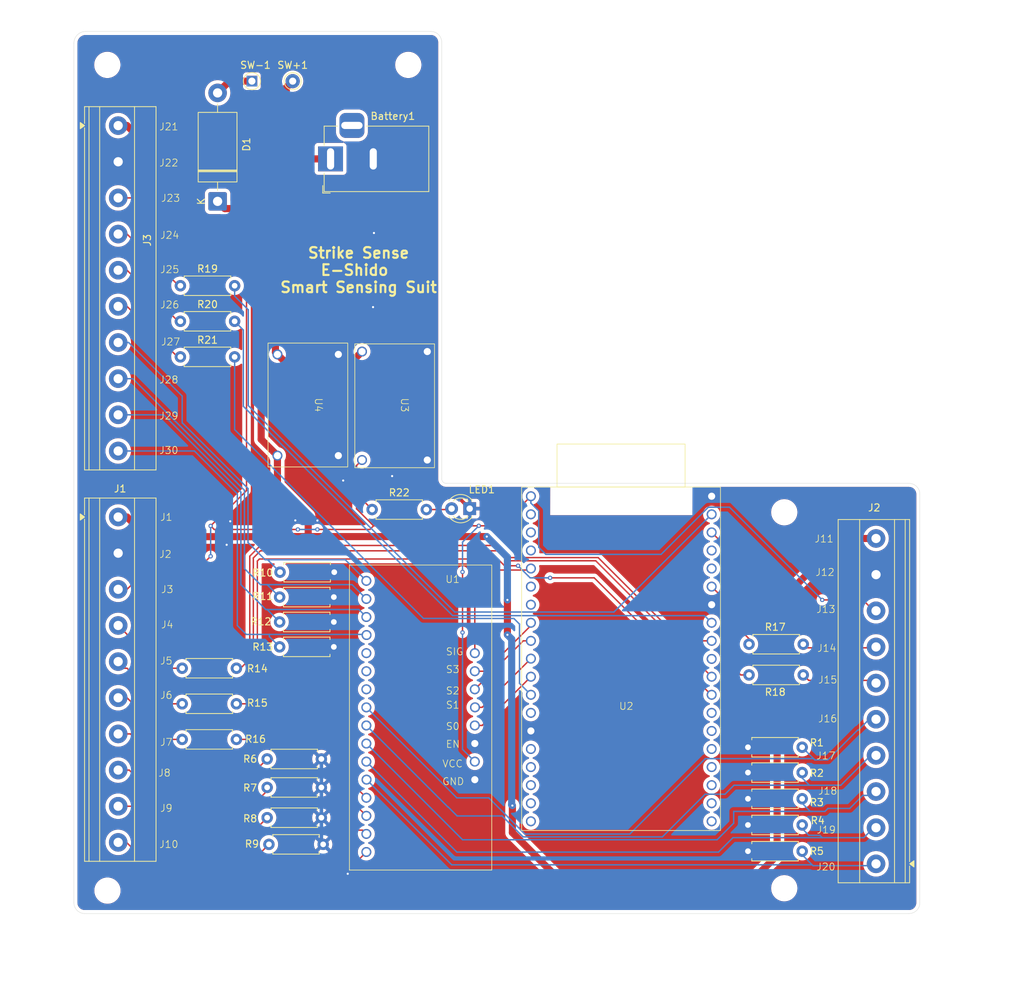
<source format=kicad_pcb>
(kicad_pcb
	(version 20241229)
	(generator "pcbnew")
	(generator_version "9.0")
	(general
		(thickness 1.6)
		(legacy_teardrops no)
	)
	(paper "A4")
	(layers
		(0 "F.Cu" signal)
		(2 "B.Cu" signal)
		(9 "F.Adhes" user "F.Adhesive")
		(11 "B.Adhes" user "B.Adhesive")
		(13 "F.Paste" user)
		(15 "B.Paste" user)
		(5 "F.SilkS" user "F.Silkscreen")
		(7 "B.SilkS" user "B.Silkscreen")
		(1 "F.Mask" user)
		(3 "B.Mask" user)
		(17 "Dwgs.User" user "User.Drawings")
		(19 "Cmts.User" user "User.Comments")
		(21 "Eco1.User" user "User.Eco1")
		(23 "Eco2.User" user "User.Eco2")
		(25 "Edge.Cuts" user)
		(27 "Margin" user)
		(31 "F.CrtYd" user "F.Courtyard")
		(29 "B.CrtYd" user "B.Courtyard")
		(35 "F.Fab" user)
		(33 "B.Fab" user)
		(39 "User.1" user)
		(41 "User.2" user)
		(43 "User.3" user)
		(45 "User.4" user)
	)
	(setup
		(stackup
			(layer "F.SilkS"
				(type "Top Silk Screen")
			)
			(layer "F.Paste"
				(type "Top Solder Paste")
			)
			(layer "F.Mask"
				(type "Top Solder Mask")
				(thickness 0.01)
			)
			(layer "F.Cu"
				(type "copper")
				(thickness 0.035)
			)
			(layer "dielectric 1"
				(type "core")
				(thickness 1.51)
				(material "FR4")
				(epsilon_r 4.5)
				(loss_tangent 0.02)
			)
			(layer "B.Cu"
				(type "copper")
				(thickness 0.035)
			)
			(layer "B.Mask"
				(type "Bottom Solder Mask")
				(thickness 0.01)
			)
			(layer "B.Paste"
				(type "Bottom Solder Paste")
			)
			(layer "B.SilkS"
				(type "Bottom Silk Screen")
			)
			(copper_finish "None")
			(dielectric_constraints no)
		)
		(pad_to_mask_clearance 0)
		(allow_soldermask_bridges_in_footprints no)
		(tenting front back)
		(pcbplotparams
			(layerselection 0x00000000_00000000_55555555_5755f5ff)
			(plot_on_all_layers_selection 0x00000000_00000000_00000000_02000000)
			(disableapertmacros no)
			(usegerberextensions no)
			(usegerberattributes yes)
			(usegerberadvancedattributes yes)
			(creategerberjobfile yes)
			(dashed_line_dash_ratio 12.000000)
			(dashed_line_gap_ratio 3.000000)
			(svgprecision 4)
			(plotframeref no)
			(mode 1)
			(useauxorigin no)
			(hpglpennumber 1)
			(hpglpenspeed 20)
			(hpglpendiameter 15.000000)
			(pdf_front_fp_property_popups yes)
			(pdf_back_fp_property_popups yes)
			(pdf_metadata yes)
			(pdf_single_document yes)
			(dxfpolygonmode yes)
			(dxfimperialunits yes)
			(dxfusepcbnewfont yes)
			(psnegative no)
			(psa4output no)
			(plot_black_and_white no)
			(sketchpadsonfab no)
			(plotpadnumbers no)
			(hidednponfab no)
			(sketchdnponfab yes)
			(crossoutdnponfab yes)
			(subtractmaskfromsilk no)
			(outputformat 4)
			(mirror no)
			(drillshape 0)
			(scaleselection 1)
			(outputdirectory "../../StrikeSense_Updated PCB Files_3.16/Updated StrikeSense_PCB Files_3.16/")
		)
	)
	(net 0 "")
	(net 1 "Net-(SW+1-Pin_1)")
	(net 2 "Net-(D1-A)")
	(net 3 "Net-(D1-K)")
	(net 4 "Net-(J1-Pin_8)")
	(net 5 "GND")
	(net 6 "/DATA_LA")
	(net 7 "Net-(J1-Pin_10)")
	(net 8 "/DATA_T")
	(net 9 "+3.3V")
	(net 10 "Net-(J1-Pin_9)")
	(net 11 "/DATA_LL")
	(net 12 "Net-(J1-Pin_7)")
	(net 13 "+5V")
	(net 14 "/DATA_RA")
	(net 15 "/DATA_RL")
	(net 16 "Net-(J3-Pin_10)")
	(net 17 "Net-(J3-Pin_4)")
	(net 18 "Net-(J3-Pin_6)")
	(net 19 "Net-(J3-Pin_8)")
	(net 20 "Net-(J3-Pin_7)")
	(net 21 "Net-(J3-Pin_5)")
	(net 22 "Net-(J3-Pin_9)")
	(net 23 "Net-(LED1-A)")
	(net 24 "Net-(U2-SDI{slash}SD1)")
	(net 25 "Net-(U2-SDO{slash}SD0)")
	(net 26 "Net-(U2-IO15)")
	(net 27 "Net-(U2-SCS{slash}CMD)")
	(net 28 "Net-(U1-S0)")
	(net 29 "Net-(U1-S1)")
	(net 30 "Net-(U1-S2)")
	(net 31 "Net-(U1-COM)")
	(net 32 "Net-(U1-S3)")
	(net 33 "unconnected-(U2-SENSOR_VN-Pad5)")
	(net 34 "unconnected-(U2-NC-Pad32)")
	(net 35 "unconnected-(U2-IO14-Pad13)")
	(net 36 "unconnected-(U2-TXD0{slash}IO1-Pad35)")
	(net 37 "unconnected-(U2-SENSOR_VP-Pad4)")
	(net 38 "unconnected-(U2-IO27-Pad12)")
	(net 39 "Net-(U2-GND-Pad1)")
	(net 40 "Net-(U2-IO12)")
	(net 41 "/PSPSRA1")
	(net 42 "/PSRL1")
	(net 43 "/PS_T")
	(net 44 "/PSRL2")
	(net 45 "/PSRA2")
	(footprint "Resistor_THT:R_Axial_DIN0207_L6.3mm_D2.5mm_P7.62mm_Horizontal" (layer "F.Cu") (at 120.25 60.75))
	(footprint "Connector_BarrelJack:BarrelJack_Horizontal" (layer "F.Cu") (at 141.351 42.926 180))
	(footprint "Resistor_THT:R_Axial_DIN0207_L6.3mm_D2.5mm_P7.62mm_Horizontal" (layer "F.Cu") (at 134.19 104.5))
	(footprint "capstoneespslot:ESP32 DevKit V4" (layer "F.Cu") (at 168.2 137.3))
	(footprint "MountingHole:MountingHole_3.2mm_M3_ISO14580" (layer "F.Cu") (at 205.105 145.415))
	(footprint "Resistor_THT:R_Axial_DIN0207_L6.3mm_D2.5mm_P7.62mm_Horizontal" (layer "F.Cu") (at 200 129.159))
	(footprint "Resistor_THT:R_Axial_DIN0207_L6.3mm_D2.5mm_P7.62mm_Horizontal" (layer "F.Cu") (at 200.152 111.125))
	(footprint "Resistor_THT:R_Axial_DIN0207_L6.3mm_D2.5mm_P7.62mm_Horizontal" (layer "F.Cu") (at 132.44 127.25))
	(footprint "Resistor_THT:R_Axial_DIN0207_L6.3mm_D2.5mm_P7.62mm_Horizontal" (layer "F.Cu") (at 134.25 101))
	(footprint "Resistor_THT:R_Axial_DIN0207_L6.3mm_D2.5mm_P7.62mm_Horizontal" (layer "F.Cu") (at 200 136.525))
	(footprint "Resistor_THT:R_Axial_DIN0207_L6.3mm_D2.5mm_P7.62mm_Horizontal" (layer "F.Cu") (at 200 132.842))
	(footprint "Resistor_THT:R_Axial_DIN0207_L6.3mm_D2.5mm_P7.62mm_Horizontal" (layer "F.Cu") (at 120.25 65.75))
	(footprint "Resistor_THT:R_Axial_DIN0207_L6.3mm_D2.5mm_P7.62mm_Horizontal" (layer "F.Cu") (at 147.19 92.2))
	(footprint "Resistor_THT:R_Axial_DIN0207_L6.3mm_D2.5mm_P7.62mm_Horizontal" (layer "F.Cu") (at 120.25 70.75))
	(footprint "Resistor_THT:R_Axial_DIN0207_L6.3mm_D2.5mm_P7.62mm_Horizontal" (layer "F.Cu") (at 120.5 114.5))
	(footprint "Resistor_THT:R_Axial_DIN0207_L6.3mm_D2.5mm_P7.62mm_Horizontal" (layer "F.Cu") (at 132.44 135.5))
	(footprint "MountingHole:MountingHole_3.2mm_M3_ISO14580" (layer "F.Cu") (at 205.105 92.583))
	(footprint "MountingHole:MountingHole_3.2mm_M3_ISO14580" (layer "F.Cu") (at 110 145.75))
	(footprint "Multiplexer_CD74HC4067M:Untitled" (layer "F.Cu") (at 154 120))
	(footprint "MountingHole:MountingHole_3.2mm_M3_ISO14580" (layer "F.Cu") (at 109.982 29.718))
	(footprint "Resistor_THT:R_Axial_DIN0207_L6.3mm_D2.5mm_P7.62mm_Horizontal" (layer "F.Cu") (at 200 125.603))
	(footprint "TestPoint:TestPoint_THTPad_D2.0mm_Drill1.0mm" (layer "F.Cu") (at 130.3 32))
	(footprint "TerminalBlock_Phoenix:TerminalBlock_Phoenix_MKDS-1,5-10-5.08_1x10_P5.08mm_Horizontal" (layer "F.Cu") (at 218 141.986 90))
	(footprint "TestPoint:TestPoint_THTPad_D2.0mm_Drill1.0mm" (layer "F.Cu") (at 136.028 32.004))
	(footprint "TerminalBlock_Phoenix:TerminalBlock_Phoenix_MKDS-1,5-10-5.08_1x10_P5.08mm_Horizontal" (layer "F.Cu") (at 111.506 93.25 -90))
	(footprint "Resistor_THT:R_Axial_DIN0207_L6.3mm_D2.5mm_P7.62mm_Horizontal" (layer "F.Cu") (at 134.19 111.5))
	(footprint "MountingHole:MountingHole_3.2mm_M3_ISO14580" (layer "F.Cu") (at 152.273 29.718))
	(footprint "capstoneespslot:BuckConverter3v3" (layer "F.Cu") (at 155.956 68.92 180))
	(footprint "Resistor_THT:R_Axial_DIN0207_L6.3mm_D2.5mm_P7.62mm_Horizontal" (layer "F.Cu") (at 132.69 139.25))
	(footprint "Resistor_THT:R_Axial_DIN0207_L6.3mm_D2.5mm_P7.62mm_Horizontal" (layer "F.Cu") (at 132.44 131.25))
	(footprint "Diode_THT:D_DO-201_P15.24mm_Horizontal" (layer "F.Cu") (at 125.476 48.895 90))
	(footprint "Resistor_THT:R_Axial_DIN0207_L6.3mm_D2.5mm_P7.62mm_Horizontal" (layer "F.Cu") (at 200 140.208))
	(footprint "Resistor_THT:R_Axial_DIN0207_L6.3mm_D2.5mm_P7.62mm_Horizontal" (layer "F.Cu") (at 134.19 108))
	(footprint "TerminalBlock_Phoenix:TerminalBlock_Phoenix_MKDS-1,5-10-5.08_1x10_P5.08mm_Horizontal" (layer "F.Cu") (at 111.506 38.25 -90))
	(footprint "Resistor_THT:R_Axial_DIN0207_L6.3mm_D2.5mm_P7.62mm_Horizontal" (layer "F.Cu") (at 120.5 124.5))
	(footprint "capstoneespslot:BuckConverter5v" (layer "F.Cu") (at 143.764 68.8125 180))
	(footprint "LED_THT:LED_D3.0mm" (layer "F.Cu") (at 160.9 92.075 180))
	(footprint "Resistor_THT:R_Axial_DIN0207_L6.3mm_D2.5mm_P7.62mm_Horizontal" (layer "F.Cu") (at 120.5 119.5))
	(footprint "Resistor_THT:R_Axial_DIN0207_L6.3mm_D2.5mm_P7.62mm_Horizontal" (layer "F.Cu") (at 200.152 115.443))
	(gr_arc
		(start 224.155 147.447)
		(mid 223.708631 148.524631)
		(end 222.631 148.971)
		(stroke
			(width 0.05)
			(type default)
		)
		(layer "Edge.Cuts")
		(uuid "0cb7e9e3-5c0d-4555-a924-4aae3a1082be")
	)
	(gr_line
		(start 222.631 148.971)
		(end 106.807 148.971)
		(stroke
			(width 0.05)
			(type default)
		)
		(layer "Edge.Cuts")
		(uuid "12ff9307-7f26-4365-af83-caa8369913bc")
	)
	(gr_arc
		(start 155.448 25
... [609073 chars truncated]
</source>
